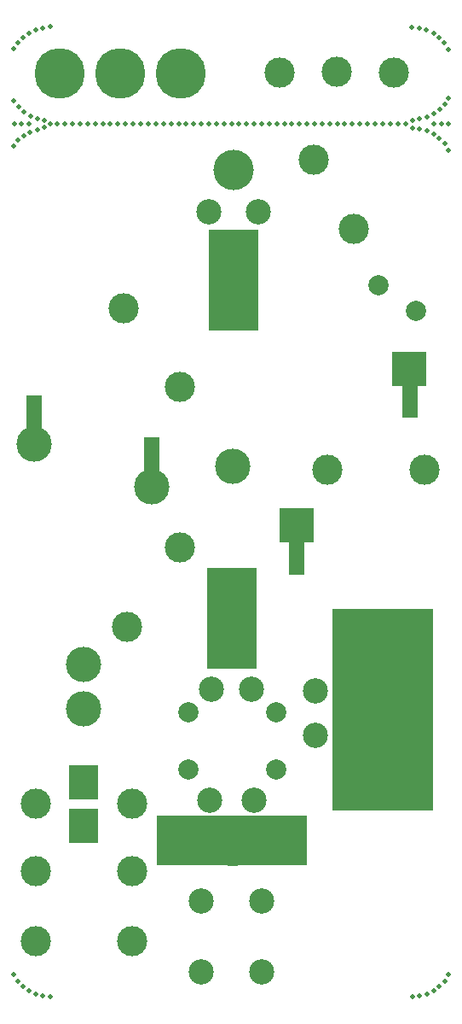
<source format=gbs>
G04 #@! TF.GenerationSoftware,KiCad,Pcbnew,(6.0.4-0)*
G04 #@! TF.CreationDate,2022-07-20T07:57:22-04:00*
G04 #@! TF.ProjectId,80m_Tx_Antenna,38306d5f-5478-45f4-916e-74656e6e612e,rev?*
G04 #@! TF.SameCoordinates,Original*
G04 #@! TF.FileFunction,Soldermask,Bot*
G04 #@! TF.FilePolarity,Negative*
%FSLAX46Y46*%
G04 Gerber Fmt 4.6, Leading zero omitted, Abs format (unit mm)*
G04 Created by KiCad (PCBNEW (6.0.4-0)) date 2022-07-20 07:57:22*
%MOMM*%
%LPD*%
G01*
G04 APERTURE LIST*
%ADD10C,2.500000*%
%ADD11C,4.000000*%
%ADD12R,5.000000X10.000000*%
%ADD13C,3.500000*%
%ADD14C,3.000000*%
%ADD15R,10.000000X20.000000*%
%ADD16R,15.000000X5.000000*%
%ADD17C,5.000000*%
%ADD18R,3.500000X3.500000*%
%ADD19R,1.524000X5.000000*%
%ADD20C,0.500000*%
%ADD21C,2.000000*%
%ADD22R,3.000000X3.500000*%
G04 APERTURE END LIST*
D10*
X124726660Y-75710480D03*
D11*
X122240000Y-71580000D03*
D10*
X119809220Y-75710480D03*
D12*
X122240000Y-82470000D03*
D13*
X122240000Y-81970000D03*
D10*
X130368500Y-123191000D03*
X119050000Y-151050000D03*
X124250000Y-134050000D03*
X130393900Y-127661400D03*
X125050000Y-144050000D03*
X120050000Y-123050000D03*
X119050000Y-144050000D03*
X119850000Y-134050000D03*
X125050000Y-151050000D03*
X124050000Y-123050000D03*
D14*
X122050000Y-113050000D03*
D12*
X122050000Y-116050000D03*
D15*
X137050000Y-125050000D03*
D11*
X137210020Y-125212040D03*
X137050000Y-119050000D03*
X137050000Y-131050000D03*
X127450000Y-138050000D03*
D16*
X122050000Y-138050000D03*
D17*
X122144880Y-138131280D03*
D11*
X116650000Y-138050000D03*
D18*
X139704100Y-91307200D03*
D19*
X139785380Y-93659240D03*
D18*
X128482380Y-106816440D03*
D19*
X128538260Y-109275160D03*
X102460500Y-96397360D03*
D13*
X102409700Y-98800200D03*
D19*
X114080580Y-100532480D03*
D13*
X114100900Y-102953100D03*
D14*
X116870000Y-93120000D03*
X111300000Y-85260000D03*
X131570000Y-101260000D03*
X141170000Y-101260000D03*
X116900000Y-108990000D03*
X111660000Y-116900000D03*
D20*
X103420000Y-66650000D03*
X102050000Y-66210000D03*
X102720000Y-66480000D03*
X102720000Y-67570000D03*
X106250000Y-67010000D03*
X105500000Y-67010000D03*
X104750000Y-67010000D03*
X103410000Y-67390000D03*
X110000000Y-67010000D03*
X110750000Y-67010000D03*
X111500000Y-67010000D03*
X112250000Y-67010000D03*
X109250000Y-67000000D03*
X108500000Y-67000000D03*
X107750000Y-67000000D03*
X107000000Y-67000000D03*
X119030000Y-67030000D03*
X119780000Y-67030000D03*
X120530000Y-67030000D03*
X121280000Y-67030000D03*
X124280000Y-67040000D03*
X123530000Y-67040000D03*
X122780000Y-67040000D03*
X122030000Y-67040000D03*
X116030000Y-67040000D03*
X116780000Y-67040000D03*
X117530000Y-67040000D03*
X118280000Y-67040000D03*
X115280000Y-67030000D03*
X114530000Y-67030000D03*
X113780000Y-67030000D03*
X113030000Y-67030000D03*
X137060000Y-67050000D03*
X137810000Y-67050000D03*
X138560000Y-67050000D03*
X139310000Y-67050000D03*
X131030000Y-67020000D03*
X131780000Y-67020000D03*
X132530000Y-67020000D03*
X133280000Y-67020000D03*
X136280000Y-67030000D03*
X135530000Y-67030000D03*
X134780000Y-67030000D03*
X134030000Y-67030000D03*
X128030000Y-67030000D03*
X128780000Y-67030000D03*
X129530000Y-67030000D03*
X130280000Y-67030000D03*
X127280000Y-67020000D03*
X126530000Y-67020000D03*
X125780000Y-67020000D03*
X125030000Y-67020000D03*
X102040000Y-67830000D03*
X104020000Y-67020000D03*
X101430000Y-65810000D03*
X101400000Y-68170000D03*
X100880000Y-65300000D03*
X100810000Y-68610000D03*
X100420000Y-64730000D03*
X100400000Y-69230000D03*
X100380000Y-59600000D03*
X100790000Y-58980000D03*
X101300000Y-58460000D03*
X104000000Y-57390000D03*
X101880000Y-58010000D03*
X103280000Y-57530000D03*
X102560000Y-57700000D03*
X143610000Y-64440000D03*
X143200000Y-65060000D03*
X142690000Y-65580000D03*
X139990000Y-66650000D03*
X142110000Y-66030000D03*
X140710000Y-66510000D03*
X141430000Y-66340000D03*
X143600000Y-151370000D03*
X143190000Y-151990000D03*
X142680000Y-152510000D03*
X139980000Y-153580000D03*
X142100000Y-152960000D03*
X140700000Y-153440000D03*
X141420000Y-153270000D03*
D14*
X138180000Y-61900000D03*
X132480000Y-61840000D03*
D17*
X105000000Y-62000000D03*
X111000000Y-62000000D03*
X117000000Y-62000000D03*
D20*
X143590000Y-67000000D03*
X142860000Y-67020000D03*
X142120000Y-67020000D03*
X100450000Y-67000000D03*
X101190000Y-67000000D03*
X101920000Y-67000000D03*
D13*
X122150000Y-100990000D03*
D21*
X117770000Y-125360000D03*
X126470000Y-125360000D03*
D14*
X102600000Y-148000000D03*
X102600000Y-141100000D03*
X112200000Y-141100000D03*
X126840000Y-61960000D03*
X134170000Y-77390000D03*
X130200000Y-70580000D03*
X112200000Y-148000000D03*
X102600000Y-134400000D03*
X112200000Y-134400000D03*
D21*
X117770000Y-131050000D03*
X126470000Y-131050000D03*
D22*
X107300000Y-132280000D03*
X107300000Y-136630000D03*
D13*
X107300000Y-120630000D03*
X107300000Y-124980000D03*
D21*
X136667198Y-82994648D03*
X140362921Y-85509630D03*
D20*
X141410000Y-57720000D03*
X140690000Y-57550000D03*
X142090000Y-58030000D03*
X139970000Y-57410000D03*
X142670000Y-58480000D03*
X143180000Y-59000000D03*
X143590000Y-59620000D03*
X143600000Y-69610000D03*
X143190000Y-68990000D03*
X142680000Y-68470000D03*
X139980000Y-67400000D03*
X142100000Y-68020000D03*
X140700000Y-67540000D03*
X141420000Y-67710000D03*
X102590000Y-153260000D03*
X103310000Y-153430000D03*
X101910000Y-152950000D03*
X104030000Y-153570000D03*
X101330000Y-152500000D03*
X100820000Y-151980000D03*
X100410000Y-151360000D03*
M02*

</source>
